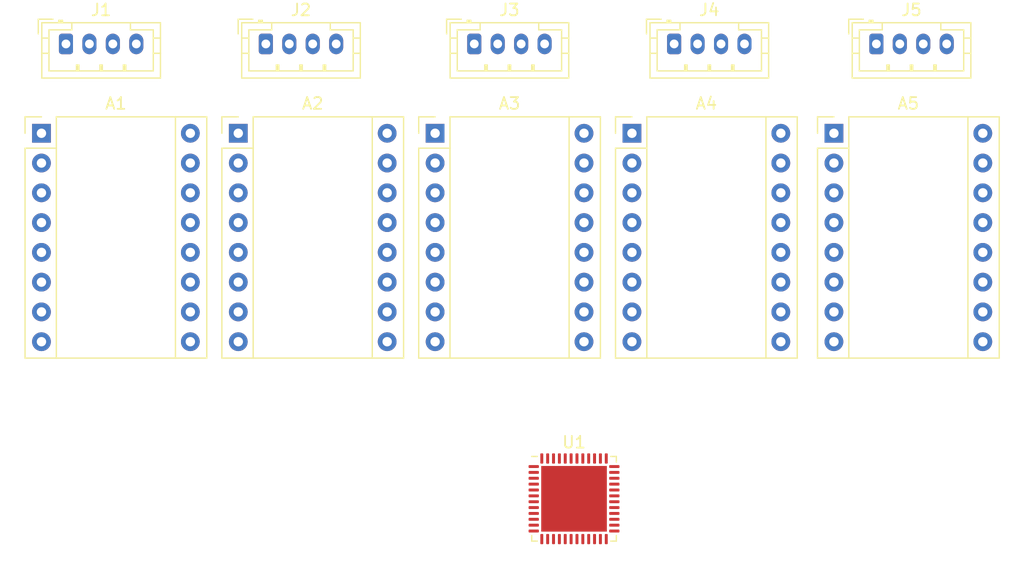
<source format=kicad_pcb>
(kicad_pcb (version 20221018) (generator pcbnew)
  (layers (0 "F.Cu" signal) (31 "B.Cu" signal) (34 "B.Paste" user) (35 "F.Paste" user) (36 "B.SilkS" user "B.Silkscreen") (37 "F.SilkS" user "F.Silkscreen") (38 "B.Mask" user) (39 "F.Mask" user) (44 "Edge.Cuts" user))
  (net 0 "")
  (net 87 "Net-(U1-VSS-Pad23)")
  (footprint "Connector_JST:JST_PH_B4B-PH-K_1x04_P2.00mm_Vertical" (layer "F.Cu") (at 140.05 39.37)
    (fp_text reference "J4" (at 3 -2.9) (layer "F.SilkS"))
    (fp_text value "Conn_01x04_Pin")
    (fp_line (start -2.36 -2.11) (end -2.36 -0.86) (stroke (width 0.12)) (layer "F.SilkS"))
    (fp_line (start -2.06 -1.81) (end -2.06 2.91) (stroke (width 0.12)) (layer "F.SilkS"))
    (fp_line (start -2.06 -0.5) (end -1.45 -0.5) (stroke (width 0.12)) (layer "F.SilkS"))
    (fp_line (start -2.06 0.8) (end -1.45 0.8) (stroke (width 0.12)) (layer "F.SilkS"))
    (fp_line (start -2.06 2.91) (end 8.06 2.91) (stroke (width 0.12)) (layer "F.SilkS"))
    (fp_line (start -1.45 -1.2) (end -1.45 2.3) (stroke (width 0.12)) (layer "F.SilkS"))
    (fp_line (start -1.45 2.3) (end 7.45 2.3) (stroke (width 0.12)) (layer "F.SilkS"))
    (fp_line (start -1.11 -2.11) (end -2.36 -2.11) (stroke (width 0.12)) (layer "F.SilkS"))
    (fp_line (start -0.6 -2.01) (end -0.6 -1.81) (stroke (width 0.12)) (layer "F.SilkS"))
    (fp_line (start -0.3 -2.01) (end -0.6 -2.01) (stroke (width 0.12)) (layer "F.SilkS"))
    (fp_line (start -0.3 -1.91) (end -0.6 -1.91) (stroke (width 0.12)) (layer "F.SilkS"))
    (fp_line (start -0.3 -1.81) (end -0.3 -2.01) (stroke (width 0.12)) (layer "F.SilkS"))
    (fp_line (start 0.5 -1.81) (end 0.5 -1.2) (stroke (width 0.12)) (layer "F.SilkS"))
    (fp_line (start 0.5 -1.2) (end -1.45 -1.2) (stroke (width 0.12)) (layer "F.SilkS"))
    (fp_line (start 0.9 1.8) (end 1.1 1.8) (stroke (width 0.12)) (layer "F.SilkS"))
    (fp_line (start 0.9 2.3) (end 0.9 1.8) (stroke (width 0.12)) (layer "F.SilkS"))
    (fp_line (start 1 2.3) (end 1 1.8) (stroke (width 0.12)) (layer "F.SilkS"))
    (fp_line (start 1.1 1.8) (end 1.1 2.3) (stroke (width 0.12)) (layer "F.SilkS"))
    (fp_line (start 2.9 1.8) (end 3.1 1.8) (stroke (width 0.12)) (layer "F.SilkS"))
    (fp_line (start 2.9 2.3) (end 2.9 1.8) (stroke (width 0.12)) (layer "F.SilkS"))
    (fp_line (start 3 2.3) (end 3 1.8) (stroke (width 0.12)) (layer "F.SilkS"))
    (fp_line (start 3.1 1.8) (end 3.1 2.3) (stroke (width 0.12)) (layer "F.SilkS"))
    (fp_line (start 4.9 1.8) (end 5.1 1.8) (stroke (width 0.12)) (layer "F.SilkS"))
    (fp_line (start 4.9 2.3) (end 4.9 1.8) (stroke (width 0.12)) (layer "F.SilkS"))
    (fp_line (start 5 2.3) (end 5 1.8) (stroke (width 0.12)) (layer "F.SilkS"))
    (fp_line (start 5.1 1.8) (end 5.1 2.3) (stroke (width 0.12)) (layer "F.SilkS"))
    (fp_line (start 5.5 -1.2) (end 5.5 -1.81) (stroke (width 0.12)) (layer "F.SilkS"))
    (fp_line (start 7.45 -1.2) (end 5.5 -1.2) (stroke (width 0.12)) (layer "F.SilkS"))
    (fp_line (start 7.45 2.3) (end 7.45 -1.2) (stroke (width 0.12)) (layer "F.SilkS"))
    (fp_line (start 8.06 -1.81) (end -2.06 -1.81) (stroke (width 0.12)) (layer "F.SilkS"))
    (fp_line (start 8.06 -0.5) (end 7.45 -0.5) (stroke (width 0.12)) (layer "F.SilkS"))
    (fp_line (start 8.06 0.8) (end 7.45 0.8) (stroke (width 0.12)) (layer "F.SilkS"))
    (fp_line (start 8.06 2.91) (end 8.06 -1.81) (stroke (width 0.12)) (layer "F.SilkS"))
    (pad "1" thru_hole roundrect (at 0 0) (size 1.2 1.75) (drill 0.75) (layers "*.Cu" "*.Mask") (roundrect_rratio 0.208333))
    (pad "2" thru_hole oval (at 2 0) (size 1.2 1.75) (drill 0.75) (layers "*.Cu" "*.Mask"))
    (pad "3" thru_hole oval (at 4 0) (size 1.2 1.75) (drill 0.75) (layers "*.Cu" "*.Mask"))
    (pad "4" thru_hole oval (at 6 0) (size 1.2 1.75) (drill 0.75) (layers "*.Cu" "*.Mask"))
  )
  (footprint "Connector_JST:JST_PH_B4B-PH-K_1x04_P2.00mm_Vertical" (layer "F.Cu") (at 88.17 39.37)
    (fp_text reference "J1" (at 3 -2.9) (layer "F.SilkS"))
    (fp_text value "Conn_01x04_Pin")
    (fp_line (start -2.36 -2.11) (end -2.36 -0.86) (stroke (width 0.12)) (layer "F.SilkS"))
    (fp_line (start -2.06 -1.81) (end -2.06 2.91) (stroke (width 0.12)) (layer "F.SilkS"))
    (fp_line (start -2.06 -0.5) (end -1.45 -0.5) (stroke (width 0.12)) (layer "F.SilkS"))
    (fp_line (start -2.06 0.8) (end -1.45 0.8) (stroke (width 0.12)) (layer "F.SilkS"))
    (fp_line (start -2.06 2.91) (end 8.06 2.91) (stroke (width 0.12)) (layer "F.SilkS"))
    (fp_line (start -1.45 -1.2) (end -1.45 2.3) (stroke (width 0.12)) (layer "F.SilkS"))
    (fp_line (start -1.45 2.3) (end 7.45 2.3) (stroke (width 0.12)) (layer "F.SilkS"))
    (fp_line (start -1.11 -2.11) (end -2.36 -2.11) (stroke (width 0.12)) (layer "F.SilkS"))
    (fp_line (start -0.6 -2.01) (end -0.6 -1.81) (stroke (width 0.12)) (layer "F.SilkS"))
    (fp_line (start -0.3 -2.01) (end -0.6 -2.01) (stroke (width 0.12)) (layer "F.SilkS"))
    (fp_line (start -0.3 -1.91) (end -0.6 -1.91) (stroke (width 0.12)) (layer "F.SilkS"))
    (fp_line (start -0.3 -1.81) (end -0.3 -2.01) (stroke (width 0.12)) (layer "F.SilkS"))
    (fp_line (start 0.5 -1.81) (end 0.5 -1.2) (stroke (width 0.12)) (layer "F.SilkS"))
    (fp_line (start 0.5 -1.2) (end -1.45 -1.2) (stroke (width 0.12)) (layer "F.SilkS"))
    (fp_line (start 0.9 1.8) (end 1.1 1.8) (stroke (width 0.12)) (layer "F.SilkS"))
    (fp_line (start 0.9 2.3) (end 0.9 1.8) (stroke (width 0.12)) (layer "F.SilkS"))
    (fp_line (start 1 2.3) (end 1 1.8) (stroke (width 0.12)) (layer "F.SilkS"))
    (fp_line (start 1.1 1.8) (end 1.1 2.3) (stroke (width 0.12)) (layer "F.SilkS"))
    (fp_line (start 2.9 1.8) (end 3.1 1.8) (stroke (width 0.12)) (layer "F.SilkS"))
    (fp_line (start 2.9 2.3) (end 2.9 1.8) (stroke (width 0.12)) (layer "F.SilkS"))
    (fp_line (start 3 2.3) (end 3 1.8) (stroke (width 0.12)) (layer "F.SilkS"))
    (fp_line (start 3.1 1.8) (end 3.1 2.3) (stroke (width 0.12)) (layer "F.SilkS"))
    (fp_line (start 4.9 1.8) (end 5.1 1.8) (stroke (width 0.12)) (layer "F.SilkS"))
    (fp_line (start 4.9 2.3) (end 4.9 1.8) (stroke (width 0.12)) (layer "F.SilkS"))
    (fp_line (start 5 2.3) (end 5 1.8) (stroke (width 0.12)) (layer "F.SilkS"))
    (fp_line (start 5.1 1.8) (end 5.1 2.3) (stroke (width 0.12)) (layer "F.SilkS"))
    (fp_line (start 5.5 -1.2) (end 5.5 -1.81) (stroke (width 0.12)) (layer "F.SilkS"))
    (fp_line (start 7.45 -1.2) (end 5.5 -1.2) (stroke (width 0.12)) (layer "F.SilkS"))
    (fp_line (start 7.45 2.3) (end 7.45 -1.2) (stroke (width 0.12)) (layer "F.SilkS"))
    (fp_line (start 8.06 -1.81) (end -2.06 -1.81) (stroke (width 0.12)) (layer "F.SilkS"))
    (fp_line (start 8.06 -0.5) (end 7.45 -0.5) (stroke (width 0.12)) (layer "F.SilkS"))
    (fp_line (start 8.06 0.8) (end 7.45 0.8) (stroke (width 0.12)) (layer "F.SilkS"))
    (fp_line (start 8.06 2.91) (end 8.06 -1.81) (stroke (width 0.12)) (layer "F.SilkS"))
    (pad "1" thru_hole roundrect (at 0 0) (size 1.2 1.75) (drill 0.75) (layers "*.Cu" "*.Mask") (roundrect_rratio 0.208333))
    (pad "2" thru_hole oval (at 2 0) (size 1.2 1.75) (drill 0.75) (layers "*.Cu" "*.Mask"))
    (pad "3" thru_hole oval (at 4 0) (size 1.2 1.75) (drill 0.75) (layers "*.Cu" "*.Mask"))
    (pad "4" thru_hole oval (at 6 0) (size 1.2 1.75) (drill 0.75) (layers "*.Cu" "*.Mask"))
  )
  (footprint "Module:Pololu_Breakout-16_15.2x20.3mm" (layer "F.Cu") (at 86.08 46.99)
    (fp_text reference "A1" (at 6.35 -2.54) (layer "F.SilkS"))
    (fp_text value "Pololu_Breakout_DRV8825")
    (fp_line (start -1.4 -1.4) (end -1.4 0) (stroke (width 0.12)) (layer "F.SilkS"))
    (fp_line (start -1.4 1.27) (end -1.4 19.18) (stroke (width 0.12)) (layer "F.SilkS"))
    (fp_line (start -1.4 19.18) (end 14.1 19.18) (stroke (width 0.12)) (layer "F.SilkS"))
    (fp_line (start 0 -1.4) (end -1.4 -1.4) (stroke (width 0.12)) (layer "F.SilkS"))
    (fp_line (start 1.27 -1.4) (end 1.27 1.27) (stroke (width 0.12)) (layer "F.SilkS"))
    (fp_line (start 1.27 1.27) (end -1.4 1.27) (stroke (width 0.12)) (layer "F.SilkS"))
    (fp_line (start 1.27 1.27) (end 1.27 19.18) (stroke (width 0.12)) (layer "F.SilkS"))
    (fp_line (start 11.43 -1.4) (end 11.43 19.18) (stroke (width 0.12)) (layer "F.SilkS"))
    (fp_line (start 14.1 -1.4) (end 1.27 -1.4) (stroke (width 0.12)) (layer "F.SilkS"))
    (fp_line (start 14.1 19.18) (end 14.1 -1.4) (stroke (width 0.12)) (layer "F.SilkS"))
    (pad "1" thru_hole rect (at 0 0) (size 1.6 1.6) (drill 0.8) (layers "*.Cu" "*.Mask"))
    (pad "2" thru_hole oval (at 0 2.54) (size 1.6 1.6) (drill 0.8) (layers "*.Cu" "*.Mask"))
    (pad "3" thru_hole oval (at 0 5.08) (size 1.6 1.6) (drill 0.8) (layers "*.Cu" "*.Mask"))
    (pad "4" thru_hole oval (at 0 7.62) (size 1.6 1.6) (drill 0.8) (layers "*.Cu" "*.Mask"))
    (pad "5" thru_hole oval (at 0 10.16) (size 1.6 1.6) (drill 0.8) (layers "*.Cu" "*.Mask"))
    (pad "6" thru_hole oval (at 0 12.7) (size 1.6 1.6) (drill 0.8) (layers "*.Cu" "*.Mask"))
    (pad "7" thru_hole oval (at 0 15.24) (size 1.6 1.6) (drill 0.8) (layers "*.Cu" "*.Mask"))
    (pad "8" thru_hole oval (at 0 17.78) (size 1.6 1.6) (drill 0.8) (layers "*.Cu" "*.Mask"))
    (pad "9" thru_hole oval (at 12.7 17.78) (size 1.6 1.6) (drill 0.8) (layers "*.Cu" "*.Mask"))
    (pad "10" thru_hole oval (at 12.7 15.24) (size 1.6 1.6) (drill 0.8) (layers "*.Cu" "*.Mask"))
    (pad "11" thru_hole oval (at 12.7 12.7) (size 1.6 1.6) (drill 0.8) (layers "*.Cu" "*.Mask"))
    (pad "12" thru_hole oval (at 12.7 10.16) (size 1.6 1.6) (drill 0.8) (layers "*.Cu" "*.Mask"))
    (pad "13" thru_hole oval (at 12.7 7.62) (size 1.6 1.6) (drill 0.8) (layers "*.Cu" "*.Mask"))
    (pad "14" thru_hole oval (at 12.7 5.08) (size 1.6 1.6) (drill 0.8) (layers "*.Cu" "*.Mask"))
    (pad "15" thru_hole oval (at 12.7 2.54) (size 1.6 1.6) (drill 0.8) (layers "*.Cu" "*.Mask"))
    (pad "16" thru_hole oval (at 12.7 0) (size 1.6 1.6) (drill 0.8) (layers "*.Cu" "*.Mask"))
  )
  (footprint "Module:Pololu_Breakout-16_15.2x20.3mm" (layer "F.Cu") (at 153.68 46.99)
    (fp_text reference "A5" (at 6.35 -2.54) (layer "F.SilkS"))
    (fp_text value "Pololu_Breakout_DRV8825")
    (fp_line (start -1.4 -1.4) (end -1.4 0) (stroke (width 0.12)) (layer "F.SilkS"))
    (fp_line (start -1.4 1.27) (end -1.4 19.18) (stroke (width 0.12)) (layer "F.SilkS"))
    (fp_line (start -1.4 19.18) (end 14.1 19.18) (stroke (width 0.12)) (layer "F.SilkS"))
    (fp_line (start 0 -1.4) (end -1.4 -1.4) (stroke (width 0.12)) (layer "F.SilkS"))
    (fp_line (start 1.27 -1.4) (end 1.27 1.27) (stroke (width 0.12)) (layer "F.SilkS"))
    (fp_line (start 1.27 1.27) (end -1.4 1.27) (stroke (width 0.12)) (layer "F.SilkS"))
    (fp_line (start 1.27 1.27) (end 1.27 19.18) (stroke (width 0.12)) (layer "F.SilkS"))
    (fp_line (start 11.43 -1.4) (end 11.43 19.18) (stroke (width 0.12)) (layer "F.SilkS"))
    (fp_line (start 14.1 -1.4) (end 1.27 -1.4) (stroke (width 0.12)) (layer "F.SilkS"))
    (fp_line (start 14.1 19.18) (end 14.1 -1.4) (stroke (width 0.12)) (layer "F.SilkS"))
    (pad "1" thru_hole rect (at 0 0) (size 1.6 1.6) (drill 0.8) (layers "*.Cu" "*.Mask"))
    (pad "2" thru_hole oval (at 0 2.54) (size 1.6 1.6) (drill 0.8) (layers "*.Cu" "*.Mask"))
    (pad "3" thru_hole oval (at 0 5.08) (size 1.6 1.6) (drill 0.8) (layers "*.Cu" "*.Mask"))
    (pad "4" thru_hole oval (at 0 7.62) (size 1.6 1.6) (drill 0.8) (layers "*.Cu" "*.Mask"))
    (pad "5" thru_hole oval (at 0 10.16) (size 1.6 1.6) (drill 0.8) (layers "*.Cu" "*.Mask"))
    (pad "6" thru_hole oval (at 0 12.7) (size 1.6 1.6) (drill 0.8) (layers "*.Cu" "*.Mask"))
    (pad "7" thru_hole oval (at 0 15.24) (size 1.6 1.6) (drill 0.8) (layers "*.Cu" "*.Mask"))
    (pad "8" thru_hole oval (at 0 17.78) (size 1.6 1.6) (drill 0.8) (layers "*.Cu" "*.Mask"))
    (pad "9" thru_hole oval (at 12.7 17.78) (size 1.6 1.6) (drill 0.8) (layers "*.Cu" "*.Mask"))
    (pad "10" thru_hole oval (at 12.7 15.24) (size 1.6 1.6) (drill 0.8) (layers "*.Cu" "*.Mask"))
    (pad "11" thru_hole oval (at 12.7 12.7) (size 1.6 1.6) (drill 0.8) (layers "*.Cu" "*.Mask"))
    (pad "12" thru_hole oval (at 12.7 10.16) (size 1.6 1.6) (drill 0.8) (layers "*.Cu" "*.Mask"))
    (pad "13" thru_hole oval (at 12.7 7.62) (size 1.6 1.6) (drill 0.8) (layers "*.Cu" "*.Mask"))
    (pad "14" thru_hole oval (at 12.7 5.08) (size 1.6 1.6) (drill 0.8) (layers "*.Cu" "*.Mask"))
    (pad "15" thru_hole oval (at 12.7 2.54) (size 1.6 1.6) (drill 0.8) (layers "*.Cu" "*.Mask"))
    (pad "16" thru_hole oval (at 12.7 0) (size 1.6 1.6) (drill 0.8) (layers "*.Cu" "*.Mask"))
  )
  (footprint "Connector_JST:JST_PH_B4B-PH-K_1x04_P2.00mm_Vertical" (layer "F.Cu") (at 123 39.37)
    (fp_text reference "J3" (at 3 -2.9) (layer "F.SilkS"))
    (fp_text value "Conn_01x04_Pin")
    (fp_line (start -2.36 -2.11) (end -2.36 -0.86) (stroke (width 0.12)) (layer "F.SilkS"))
    (fp_line (start -2.06 -1.81) (end -2.06 2.91) (stroke (width 0.12)) (layer "F.SilkS"))
    (fp_line (start -2.06 -0.5) (end -1.45 -0.5) (stroke (width 0.12)) (layer "F.SilkS"))
    (fp_line (start -2.06 0.8) (end -1.45 0.8) (stroke (width 0.12)) (layer "F.SilkS"))
    (fp_line (start -2.06 2.91) (end 8.06 2.91) (stroke (width 0.12)) (layer "F.SilkS"))
    (fp_line (start -1.45 -1.2) (end -1.45 2.3) (stroke (width 0.12)) (layer "F.SilkS"))
    (fp_line (start -1.45 2.3) (end 7.45 2.3) (stroke (width 0.12)) (layer "F.SilkS"))
    (fp_line (start -1.11 -2.11) (end -2.36 -2.11) (stroke (width 0.12)) (layer "F.SilkS"))
    (fp_line (start -0.6 -2.01) (end -0.6 -1.81) (stroke (width 0.12)) (layer "F.SilkS"))
    (fp_line (start -0.3 -2.01) (end -0.6 -2.01) (stroke (width 0.12)) (layer "F.SilkS"))
    (fp_line (start -0.3 -1.91) (end -0.6 -1.91) (stroke (width 0.12)) (layer "F.SilkS"))
    (fp_line (start -0.3 -1.81) (end -0.3 -2.01) (stroke (width 0.12)) (layer "F.SilkS"))
    (fp_line (start 0.5 -1.81) (end 0.5 -1.2) (stroke (width 0.12)) (layer "F.SilkS"))
    (fp_line (start 0.5 -1.2) (end -1.45 -1.2) (stroke (width 0.12)) (layer "F.SilkS"))
    (fp_line (start 0.9 1.8) (end 1.1 1.8) (stroke (width 0.12)) (layer "F.SilkS"))
    (fp_line (start 0.9 2.3) (end 0.9 1.8) (stroke (width 0.12)) (layer "F.SilkS"))
    (fp_line (start 1 2.3) (end 1 1.8) (stroke (width 0.12)) (layer "F.SilkS"))
    (fp_line (start 1.1 1.8) (end 1.1 2.3) (stroke (width 0.12)) (layer "F.SilkS"))
    (fp_line (start 2.9 1.8) (end 3.1 1.8) (stroke (width 0.12)) (layer "F.SilkS"))
    (fp_line (start 2.9 2.3) (end 2.9 1.8) (stroke (width 0.12)) (layer "F.SilkS"))
    (fp_line (start 3 2.3) (end 3 1.8) (stroke (width 0.12)) (layer "F.SilkS"))
    (fp_line (start 3.1 1.8) (end 3.1 2.3) (stroke (width 0.12)) (layer "F.SilkS"))
    (fp_line (start 4.9 1.8) (end 5.1 1.8) (stroke (width 0.12)) (layer "F.SilkS"))
    (fp_line (start 4.9 2.3) (end 4.9 1.8) (stroke (width 0.12)) (layer "F.SilkS"))
    (fp_line (start 5 2.3) (end 5 1.8) (stroke (width 0.12)) (layer "F.SilkS"))
    (fp_line (start 5.1 1.8) (end 5.1 2.3) (stroke (width 0.12)) (layer "F.SilkS"))
    (fp_line (start 5.5 -1.2) (end 5.5 -1.81) (stroke (width 0.12)) (layer "F.SilkS"))
    (fp_line (start 7.45 -1.2) (end 5.5 -1.2) (stroke (width 0.12)) (layer "F.SilkS"))
    (fp_line (start 7.45 2.3) (end 7.45 -1.2) (stroke (width 0.12)) (layer "F.SilkS"))
    (fp_line (start 8.06 -1.81) (end -2.06 -1.81) (stroke (width 0.12)) (layer "F.SilkS"))
    (fp_line (start 8.06 -0.5) (end 7.45 -0.5) (stroke (width 0.12)) (layer "F.SilkS"))
    (fp_line (start 8.06 0.8) (end 7.45 0.8) (stroke (width 0.12)) (layer "F.SilkS"))
    (fp_line (start 8.06 2.91) (end 8.06 -1.81) (stroke (width 0.12)) (layer "F.SilkS"))
    (pad "1" thru_hole roundrect (at 0 0) (size 1.2 1.75) (drill 0.75) (layers "*.Cu" "*.Mask") (roundrect_rratio 0.208333))
    (pad "2" thru_hole oval (at 2 0) (size 1.2 1.75) (drill 0.75) (layers "*.Cu" "*.Mask"))
    (pad "3" thru_hole oval (at 4 0) (size 1.2 1.75) (drill 0.75) (layers "*.Cu" "*.Mask"))
    (pad "4" thru_hole oval (at 6 0) (size 1.2 1.75) (drill 0.75) (layers "*.Cu" "*.Mask"))
  )
  (footprint "Module:Pololu_Breakout-16_15.2x20.3mm" (layer "F.Cu") (at 102.87 46.99)
    (fp_text reference "A2" (at 6.35 -2.54) (layer "F.SilkS"))
    (fp_text value "Pololu_Breakout_DRV8825")
    (fp_line (start -1.4 -1.4) (end -1.4 0) (stroke (width 0.12)) (layer "F.SilkS"))
    (fp_line (start -1.4 1.27) (end -1.4 19.18) (stroke (width 0.12)) (layer "F.SilkS"))
    (fp_line (start -1.4 19.18) (end 14.1 19.18) (stroke (width 0.12)) (layer "F.SilkS"))
    (fp_line (start 0 -1.4) (end -1.4 -1.4) (stroke (width 0.12)) (layer "F.SilkS"))
    (fp_line (start 1.27 -1.4) (end 1.27 1.27) (stroke (width 0.12)) (layer "F.SilkS"))
    (fp_line (start 1.27 1.27) (end -1.4 1.27) (stroke (width 0.12)) (layer "F.SilkS"))
    (fp_line (start 1.27 1.27) (end 1.27 19.18) (stroke (width 0.12)) (layer "F.SilkS"))
    (fp_line (start 11.43 -1.4) (end 11.43 19.18) (stroke (width 0.12)) (layer "F.SilkS"))
    (fp_line (start 14.1 -1.4) (end 1.27 -1.4) (stroke (width 0.12)) (layer "F.SilkS"))
    (fp_line (start 14.1 19.18) (end 14.1 -1.4) (stroke (width 0.12)) (layer "F.SilkS"))
    (pad "1" thru_hole rect (at 0 0) (size 1.6 1.6) (drill 0.8) (layers "*.Cu" "*.Mask"))
    (pad "2" thru_hole oval (at 0 2.54) (size 1.6 1.6) (drill 0.8) (layers "*.Cu" "*.Mask"))
    (pad "3" thru_hole oval (at 0 5.08) (size 1.6 1.6) (drill 0.8) (layers "*.Cu" "*.Mask"))
    (pad "4" thru_hole oval (at 0 7.62) (size 1.6 1.6) (drill 0.8) (layers "*.Cu" "*.Mask"))
    (pad "5" thru_hole oval (at 0 10.16) (size 1.6 1.6) (drill 0.8) (layers "*.Cu" "*.Mask"))
    (pad "6" thru_hole oval (at 0 12.7) (size 1.6 1.6) (drill 0.8) (layers "*.Cu" "*.Mask"))
    (pad "7" thru_hole oval (at 0 15.24) (size 1.6 1.6) (drill 0.8) (layers "*.Cu" "*.Mask"))
    (pad "8" thru_hole oval (at 0 17.78) (size 1.6 1.6) (drill 0.8) (layers "*.Cu" "*.Mask"))
    (pad "9" thru_hole oval (at 12.7 17.78) (size 1.6 1.6) (drill 0.8) (layers "*.Cu" "*.Mask"))
    (pad "10" thru_hole oval (at 12.7 15.24) (size 1.6 1.6) (drill 0.8) (layers "*.Cu" "*.Mask"))
    (pad "11" thru_hole oval (at 12.7 12.7) (size 1.6 1.6) (drill 0.8) (layers "*.Cu" "*.Mask"))
    (pad "12" thru_hole oval (at 12.7 10.16) (size 1.6 1.6) (drill 0.8) (layers "*.Cu" "*.Mask"))
    (pad "13" thru_hole oval (at 12.7 7.62) (size 1.6 1.6) (drill 0.8) (layers "*.Cu" "*.Mask"))
    (pad "14" thru_hole oval (at 12.7 5.08) (size 1.6 1.6) (drill 0.8) (layers "*.Cu" "*.Mask"))
    (pad "15" thru_hole oval (at 12.7 2.54) (size 1.6 1.6) (drill 0.8) (layers "*.Cu" "*.Mask"))
    (pad "16" thru_hole oval (at 12.7 0) (size 1.6 1.6) (drill 0.8) (layers "*.Cu" "*.Mask"))
  )
  (footprint "Package_DFN_QFN:QFN-48-1EP_7x7mm_P0.5mm_EP5.6x5.6mm" (layer "F.Cu") (at 131.51 78.17)
    (fp_text reference "U1" (at 0 -4.82) (layer "F.SilkS"))
    (fp_text value "STM32L412CBUx")
    (fp_line (start -3.61 3.61) (end -3.61 3.135) (stroke (width 0.12)) (layer "F.SilkS"))
    (fp_line (start -3.135 -3.61) (end -3.61 -3.61) (stroke (width 0.12)) (layer "F.SilkS"))
    (fp_line (start -3.135 3.61) (end -3.61 3.61) (stroke (width 0.12)) (layer "F.SilkS"))
    (fp_line (start 3.135 -3.61) (end 3.61 -3.61) (stroke (width 0.12)) (layer "F.SilkS"))
    (fp_line (start 3.135 3.61) (end 3.61 3.61) (stroke (width 0.12)) (layer "F.SilkS"))
    (fp_line (start 3.61 -3.61) (end 3.61 -3.135) (stroke (width 0.12)) (layer "F.SilkS"))
    (fp_line (start 3.61 3.61) (end 3.61 3.135) (stroke (width 0.12)) (layer "F.SilkS"))
    (pad "1" smd roundrect (at -3.4375 -2.75) (size 0.875 0.25) (layers "F.Cu" "F.Paste" "F.Mask"))
    (pad "2" smd roundrect (at -3.4375 -2.25) (size 0.875 0.25) (layers "F.Cu" "F.Paste" "F.Mask"))
    (pad "3" smd roundrect (at -3.4375 -1.75) (size 0.875 0.25) (layers "F.Cu" "F.Paste" "F.Mask"))
    (pad "4" smd roundrect (at -3.4375 -1.25) (size 0.875 0.25) (layers "F.Cu" "F.Paste" "F.Mask"))
    (pad "5" smd roundrect (at -3.4375 -0.75) (size 0.875 0.25) (layers "F.Cu" "F.Paste" "F.Mask"))
    (pad "6" smd roundrect (at -3.4375 -0.25) (size 0.875 0.25) (layers "F.Cu" "F.Paste" "F.Mask"))
    (pad "7" smd roundrect (at -3.4375 0.25) (size 0.875 0.25) (layers "F.Cu" "F.Paste" "F.Mask"))
    (pad "8" smd roundrect (at -3.4375 0.75) (size 0.875 0.25) (layers "F.Cu" "F.Paste" "F.Mask"))
    (pad "9" smd roundrect (at -3.4375 1.25) (size 0.875 0.25) (layers "F.Cu" "F.Paste" "F.Mask"))
    (pad "10" smd roundrect (at -3.4375 1.75) (size 0.875 0.25) (layers "F.Cu" "F.Paste" "F.Mask"))
    (pad "11" smd roundrect (at -3.4375 2.25) (size 0.875 0.25) (layers "F.Cu" "F.Paste" "F.Mask"))
    (pad "12" smd roundrect (at -3.4375 2.75) (size 0.875 0.25) (layers "F.Cu" "F.Paste" "F.Mask"))
    (pad "13" smd roundrect (at -2.75 3.4375) (size 0.25 0.875) (layers "F.Cu" "F.Paste" "F.Mask"))
    (pad "14" smd roundrect (at -2.25 3.4375) (size 0.25 0.875) (layers "F.Cu" "F.Paste" "F.Mask"))
    (pad "15" smd roundrect (at -1.75 3.4375) (size 0.25 0.875) (layers "F.Cu" "F.Paste" "F.Mask"))
    (pad "16" smd roundrect (at -1.25 3.4375) (size 0.25 0.875) (layers "F.Cu" "F.Paste" "F.Mask"))
    (pad "17" smd roundrect (at -0.75 3.4375) (size 0.25 0.875) (layers "F.Cu" "F.Paste" "F.Mask"))
    (pad "18" smd roundrect (at -0.25 3.4375) (size 0.25 0.875) (layers "F.Cu" "F.Paste" "F.Mask"))
    (pad "19" smd roundrect (at 0.25 3.4375) (size 0.25 0.875) (layers "F.Cu" "F.Paste" "F.Mask"))
    (pad "20" smd roundrect (at 0.75 3.4375) (size 0.25 0.875) (layers "F.Cu" "F.Paste" "F.Mask"))
    (pad "21" smd roundrect (at 1.25 3.4375) (size 0.25 0.875) (layers "F.Cu" "F.Paste" "F.Mask"))
    (pad "22" smd roundrect (at 1.75 3.4375) (size 0.25 0.875) (layers "F.Cu" "F.Paste" "F.Mask"))
    (pad "23" smd roundrect (at 2.25 3.4375) (size 0.25 0.875) (layers "F.Cu" "F.Paste" "F.Mask") (net 87 "Net-(U1-VSS-Pad23)"))
    (pad "24" smd roundrect (at 2.75 3.4375) (size 0.25 0.875) (layers "F.Cu" "F.Paste" "F.Mask"))
    (pad "25" smd roundrect (at 3.4375 2.75) (size 0.875 0.25) (layers "F.Cu" "F.Paste" "F.Mask"))
    (pad "26" smd roundrect (at 3.4375 2.25) (size 0.875 0.25) (layers "F.Cu" "F.Paste" "F.Mask"))
    (pad "27" smd roundrect (at 3.4375 1.75) (size 0.875 0.25) (layers "F.Cu" "F.Paste" "F.Mask"))
    (pad "28" smd roundrect (at 3.4375 1.25) (size 0.875 0.25) (layers "F.Cu" "F.Paste" "F.Mask"))
    (pad "29" smd roundrect (at 3.4375 0.75) (size 0.875 0.25) (layers "F.Cu" "F.Paste" "F.Mask"))
    (pad "30" smd roundrect (at 3.4375 0.25) (size 0.875 0.25) (layers "F.Cu" "F.Paste" "F.Mask"))
    (pad "31" smd roundrect (at 3.4375 -0.25) (size 0.875 0.25) (layers "F.Cu" "F.Paste" "F.Mask"))
    (pad "32" smd roundrect (at 3.4375 -0.75) (size 0.875 0.25) (layers "F.Cu" "F.Paste" "F.Mask"))
    (pad "33" smd roundrect (at 3.4375 -1.25) (size 0.875 0.25) (layers "F.Cu" "F.Paste" "F.Mask"))
    (pad "34" smd roundrect (at 3.4375 -1.75) (size 0.875 0.25) (layers "F.Cu" "F.Paste" "F.Mask"))
    (pad "35" smd roundrect (at 3.4375 -2.25) (size 0.875 0.25) (layers "F.Cu" "F.Paste" "F.Mask") (net 87 "Net-(U1-VSS-Pad23)"))
    (pad "36" smd roundrect (at 3.4375 -2.75) (size 0.875 0.25) (layers "F.Cu" "F.Paste" "F.Mask"))
    (pad "37" smd roundrect (at 2.75 -3.4375) (size 0.25 0.875) (layers "F.Cu" "F.Paste" "F.Mask"))
    (pad "38" smd roundrect (at 2.25 -3.4375) (size 0.25 0.875) (layers "F.Cu" "F.Paste" "F.Mask"))
    (pad "39" smd roundrect (at 1.75 -3.4375) (size 0.25 0.875) (layers "F.Cu" "F.Paste" "F.Mask"))
    (pad "40" smd roundrect (at 1.25 -3.4375) (size 0.25 0.875) (layers "F.Cu" "F.Paste" "F.Mask"))
    (pad "41" smd roundrect (at 0.75 -3.4375) (size 0.25 0.875) (layers "F.Cu" "F.Paste" "F.Mask"))
    (pad "42" smd roundrect (at 0.25 -3.4375) (size 0.25 0.875) (layers "F.Cu" "F.Paste" "F.Mask"))
    (pad "43" smd roundrect (at -0.25 -3.4375) (size 0.25 0.875) (layers "F.Cu" "F.Paste" "F.Mask"))
    (pad "44" smd roundrect (at -0.75 -3.4375) (size 0.25 0.875) (layers "F.Cu" "F.Paste" "F.Mask"))
    (pad "45" smd roundrect (at -1.25 -3.4375) (size 0.25 0.875) (layers "F.Cu" "F.Paste" "F.Mask"))
    (pad "46" smd roundrect (at -1.75 -3.4375) (size 0.25 0.875) (layers "F.Cu" "F.Paste" "F.Mask"))
    (pad "47" smd roundrect (at -2.25 -3.4375) (size 0.25 0.875) (layers "F.Cu" "F.Paste" "F.Mask") (net 87 "Net-(U1-VSS-Pad23)"))
    (pad "48" smd roundrect (at -2.75 -3.4375) (size 0.25 0.875) (layers "F.Cu" "F.Paste" "F.Mask"))
    (pad "49" smd rect (at 0 0) (size 5.6 5.6) (layers "F.Cu" "F.Mask") (net 87 "Net-(U1-VSS-Pad23)"))
  )
  (footprint "Module:Pololu_Breakout-16_15.2x20.3mm" (layer "F.Cu") (at 119.66 46.99)
    (fp_text reference "A3" (at 6.35 -2.54) (layer "F.SilkS"))
    (fp_text value "Pololu_Breakout_DRV8825")
    (fp_line (start -1.4 -1.4) (end -1.4 0) (stroke (width 0.12)) (layer "F.SilkS"))
    (fp_line (start -1.4 1.27) (end -1.4 19.18) (stroke (width 0.12)) (layer "F.SilkS"))
    (fp_line (start -1.4 19.18) (end 14.1 19.18) (stroke (width 0.12)) (layer "F.SilkS"))
    (fp_line (start 0 -1.4) (end -1.4 -1.4) (stroke (width 0.12)) (layer "F.SilkS"))
    (fp_line (start 1.27 -1.4) (end 1.27 1.27) (stroke (width 0.12)) (layer "F.SilkS"))
    (fp_line (start 1.27 1.27) (end -1.4 1.27) (stroke (width 0.12)) (layer "F.SilkS"))
    (fp_line (start 1.27 1.27) (end 1.27 19.18) (stroke (width 0.12)) (layer "F.SilkS"))
    (fp_line (start 11.43 -1.4) (end 11.43 19.18) (stroke (width 0.12)) (layer "F.SilkS"))
    (fp_line (start 14.1 -1.4) (end 1.27 -1.4) (stroke (width 0.12)) (layer "F.SilkS"))
    (fp_line (start 14.1 19.18) (end 14.1 -1.4) (stroke (width 0.12)) (layer "F.SilkS"))
    (pad "1" thru_hole rect (at 0 0) (size 1.6 1.6) (drill 0.8) (layers "*.Cu" "*.Mask"))
    (pad "2" thru_hole oval (at 0 2.54) (size 1.6 1.6) (drill 0.8) (layers "*.Cu" "*.Mask"))
    (pad "3" thru_hole oval (at 0 5.08) (size 1.6 1.6) (drill 0.8) (layers "*.Cu" "*.Mask"))
    (pad "4" thru_hole oval (at 0 7.62) (size 1.6 1.6) (drill 0.8) (layers "*.Cu" "*.Mask"))
    (pad "5" thru_hole oval (at 0 10.16) (size 1.6 1.6) (drill 0.8) (layers "*.Cu" "*.Mask"))
    (pad "6" thru_hole oval (at 0 12.7) (size 1.6 1.6) (drill 0.8) (layers "*.Cu" "*.Mask"))
    (pad "7" thru_hole oval (at 0 15.24) (size 1.6 1.6) (drill 0.8) (layers "*.Cu" "*.Mask"))
    (pad "8" thru_hole oval (at 0 17.78) (size 1.6 1.6) (drill 0.8) (layers "*.Cu" "*.Mask"))
    (pad "9" thru_hole oval (at 12.7 17.78) (size 1.6 1.6) (drill 0.8) (layers "*.Cu" "*.Mask"))
    (pad "10" thru_hole oval (at 12.7 15.24) (size 1.6 1.6) (drill 0.8) (layers "*.Cu" "*.Mask"))
    (pad "11" thru_hole oval (at 12.7 12.7) (size 1.6 1.6) (drill 0.8) (layers "*.Cu" "*.Mask"))
    (pad "12" thru_hole oval (at 12.7 10.16) (size 1.6 1.6) (drill 0.8) (layers "*.Cu" "*.Mask"))
    (pad "13" thru_hole oval (at 12.7 7.62) (size 1.6 1.6) (drill 0.8) (layers "*.Cu" "*.Mask"))
    (pad "14" thru_hole oval (at 12.7 5.08) (size 1.6 1.6) (drill 0.8) (layers "*.Cu" "*.Mask"))
    (pad "15" thru_hole oval (at 12.7 2.54) (size 1.6 1.6) (drill 0.8) (layers "*.Cu" "*.Mask"))
    (pad "16" thru_hole oval (at 12.7 0) (size 1.6 1.6) (drill 0.8) (layers "*.Cu" "*.Mask"))
  )
  (footprint "Module:Pololu_Breakout-16_15.2x20.3mm" (layer "F.Cu") (at 136.45 46.99)
    (fp_text reference "A4" (at 6.35 -2.54) (layer "F.SilkS"))
    (fp_text value "Pololu_Breakout_DRV8825")
    (fp_line (start -1.4 -1.4) (end -1.4 0) (stroke (width 0.12)) (layer "F.SilkS"))
    (fp_line (start -1.4 1.27) (end -1.4 19.18) (stroke (width 0.12)) (layer "F.SilkS"))
    (fp_line (start -1.4 19.18) (end 14.1 19.18) (stroke (width 0.12)) (layer "F.SilkS"))
    (fp_line (start 0 -1.4) (end -1.4 -1.4) (stroke (width 0.12)) (layer "F.SilkS"))
    (fp_line (start 1.27 -1.4) (end 1.27 1.27) (stroke (width 0.12)) (layer "F.SilkS"))
    (fp_line (start 1.27 1.27) (end -1.4 1.27) (stroke (width 0.12)) (layer "F.SilkS"))
    (fp_line (start 1.27 1.27) (end 1.27 19.18) (stroke (width 0.12)) (layer "F.SilkS"))
    (fp_line (start 11.43 -1.4) (end 11.43 19.18) (stroke (width 0.12)) (layer "F.SilkS"))
    (fp_line (start 14.1 -1.4) (end 1.27 -1.4) (stroke (width 0.12)) (layer "F.SilkS"))
    (fp_line (start 14.1 19.18) (end 14.1 -1.4) (stroke (width 0.12)) (layer "F.SilkS"))
    (pad "1" thru_hole rect (at 0 0) (size 1.6 1.6) (drill 0.8) (layers "*.Cu" "*.Mask"))
    (pad "2" thru_hole oval (at 0 2.54) (size 1.6 1.6) (drill 0.8) (layers "*.Cu" "*.Mask"))
    (pad "3" thru_hole oval (at 0 5.08) (size 1.6 1.6) (drill 0.8) (layers "*.Cu" "*.Mask"))
    (pad "4" thru_hole oval (at 0 7.62) (size 1.6 1.6) (drill 0.8) (layers "*.Cu" "*.Mask"))
    (pad "5" thru_hole oval (at 0 10.16) (size 1.6 1.6) (drill 0.8) (layers "*.Cu" "*.Mask"))
    (pad "6" thru_hole oval (at 0 12.7) (size 1.6 1.6) (drill 0.8) (layers "*.Cu" "*.Mask"))
    (pad "7" thru_hole oval (at 0 15.24) (size 1.6 1.6) (drill 0.8) (layers "*.Cu" "*.Mask"))
    (pad "8" thru_hole oval (at 0 17.78) (size 1.6 1.6) (drill 0.8) (layers "*.Cu" "*.Mask"))
    (pad "9" thru_hole oval (at 12.7 17.78) (size 1.6 1.6) (drill 0.8) (layers "*.Cu" "*.Mask"))
    (pad "10" thru_hole oval (at 12.7 15.24) (size 1.6 1.6) (drill 0.8) (layers "*.Cu" "*.Mask"))
    (pad "11" thru_hole oval (at 12.7 12.7) (size 1.6 1.6) (drill 0.8) (layers "*.Cu" "*.Mask"))
    (pad "12" thru_hole oval (at 12.7 10.16) (size 1.6 1.6) (drill 0.8) (layers "*.Cu" "*.Mask"))
    (pad "13" thru_hole oval (at 12.7 7.62) (size 1.6 1.6) (drill 0.8) (layers "*.Cu" "*.Mask"))
    (pad "14" thru_hole oval (at 12.7 5.08) (size 1.6 1.6) (drill 0.8) (layers "*.Cu" "*.Mask"))
    (pad "15" thru_hole oval (at 12.7 2.54) (size 1.6 1.6) (drill 0.8) (layers "*.Cu" "*.Mask"))
    (pad "16" thru_hole oval (at 12.7 0) (size 1.6 1.6) (drill 0.8) (layers "*.Cu" "*.Mask"))
  )
  (footprint "Connector_JST:JST_PH_B4B-PH-K_1x04_P2.00mm_Vertical" (layer "F.Cu") (at 157.3 39.37)
    (fp_text reference "J5" (at 3 -2.9) (layer "F.SilkS"))
    (fp_text value "Conn_01x04_Pin")
    (fp_line (start -2.36 -2.11) (end -2.36 -0.86) (stroke (width 0.12)) (layer "F.SilkS"))
    (fp_line (start -2.06 -1.81) (end -2.06 2.91) (stroke (width 0.12)) (layer "F.SilkS"))
    (fp_line (start -2.06 -0.5) (end -1.45 -0.5) (stroke (width 0.12)) (layer "F.SilkS"))
    (fp_line (start -2.06 0.8) (end -1.45 0.8) (stroke (width 0.12)) (layer "F.SilkS"))
    (fp_line (start -2.06 2.91) (end 8.06 2.91) (stroke (width 0.12)) (layer "F.SilkS"))
    (fp_line (start -1.45 -1.2) (end -1.45 2.3) (stroke (width 0.12)) (layer "F.SilkS"))
    (fp_line (start -1.45 2.3) (end 7.45 2.3) (stroke (width 0.12)) (layer "F.SilkS"))
    (fp_line (start -1.11 -2.11) (end -2.36 -2.11) (stroke (width 0.12)) (layer "F.SilkS"))
    (fp_line (start -0.6 -2.01) (end -0.6 -1.81) (stroke (width 0.12)) (layer "F.SilkS"))
    (fp_line (start -0.3 -2.01) (end -0.6 -2.01) (stroke (width 0.12)) (layer "F.SilkS"))
    (fp_line (start -0.3 -1.91) (end -0.6 -1.91) (stroke (width 0.12)) (layer "F.SilkS"))
    (fp_line (start -0.3 -1.81) (end -0.3 -2.01) (stroke (width 0.12)) (layer "F.SilkS"))
    (fp_line (start 0.5 -1.81) (end 0.5 -1.2) (stroke (width 0.12)) (layer "F.SilkS"))
    (fp_line (start 0.5 -1.2) (end -1.45 -1.2) (stroke (width 0.12)) (layer "F.SilkS"))
    (fp_line (start 0.9 1.8) (end 1.1 1.8) (stroke (width 0.12)) (layer "F.SilkS"))
    (fp_line (start 0.9 2.3) (end 0.9 1.8) (stroke (width 0.12)) (layer "F.SilkS"))
    (fp_line (start 1 2.3) (end 1 1.8) (stroke (width 0.12)) (layer "F.SilkS"))
    (fp_line (start 1.1 1.8) (end 1.1 2.3) (stroke (width 0.12)) (layer "F.SilkS"))
    (fp_line (start 2.9 1.8) (end 3.1 1.8) (stroke (width 0.12)) (layer "F.SilkS"))
    (fp_line (start 2.9 2.3) (end 2.9 1.8) (stroke (width 0.12)) (layer "F.SilkS"))
    (fp_line (start 3 2.3) (end 3 1.8) (stroke (width 0.12)) (layer "F.SilkS"))
    (fp_line (start 3.1 1.8) (end 3.1 2.3) (stroke (width 0.12)) (layer "F.SilkS"))
    (fp_line (start 4.9 1.8) (end 5.1 1.8) (stroke (width 0.12)) (layer "F.SilkS"))
    (fp_line (start 4.9 2.3) (end 4.9 1.8) (stroke (width 0.12)) (layer "F.SilkS"))
    (fp_line (start 5 2.3) (end 5 1.8) (stroke (width 0.12)) (layer "F.SilkS"))
    (fp_line (start 5.1 1.8) (end 5.1 2.3) (stroke (width 0.12)) (layer "F.SilkS"))
    (fp_line (start 5.5 -1.2) (end 5.5 -1.81) (stroke (width 0.12)) (layer "F.SilkS"))
    (fp_line (start 7.45 -1.2) (end 5.5 -1.2) (stroke (width 0.12)) (layer "F.SilkS"))
    (fp_line (start 7.45 2.3) (end 7.45 -1.2) (stroke (width 0.12)) (layer "F.SilkS"))
    (fp_line (start 8.06 -1.81) (end -2.06 -1.81) (stroke (width 0.12)) (layer "F.SilkS"))
    (fp_line (start 8.06 -0.5) (end 7.45 -0.5) (stroke (width 0.12)) (layer "F.SilkS"))
    (fp_line (start 8.06 0.8) (end 7.45 0.8) (stroke (width 0.12)) (layer "F.SilkS"))
    (fp_line (start 8.06 2.91) (end 8.06 -1.81) (stroke (width 0.12)) (layer "F.SilkS"))
    (pad "1" thru_hole roundrect (at 0 0) (size 1.2 1.75) (drill 0.75) (layers "*.Cu" "*.Mask") (roundrect_rratio 0.208333))
    (pad "2" thru_hole oval (at 2 0) (size 1.2 1.75) (drill 0.75) (layers "*.Cu" "*.Mask"))
    (pad "3" thru_hole oval (at 4 0) (size 1.2 1.75) (drill 0.75) (layers "*.Cu" "*.Mask"))
    (pad "4" thru_hole oval (at 6 0) (size 1.2 1.75) (drill 0.75) (layers "*.Cu" "*.Mask"))
  )
  (footprint "Connector_JST:JST_PH_B4B-PH-K_1x04_P2.00mm_Vertical" (layer "F.Cu") (at 105.22 39.37)
    (fp_text reference "J2" (at 3 -2.9) (layer "F.SilkS"))
    (fp_text value "Conn_01x04_Pin")
    (fp_line (start -2.36 -2.11) (end -2.36 -0.86) (stroke (width 0.12)) (layer "F.SilkS"))
    (fp_line (start -2.06 -1.81) (end -2.06 2.91) (stroke (width 0.12)) (layer "F.SilkS"))
    (fp_line (start -2.06 -0.5) (end -1.45 -0.5) (stroke (width 0.12)) (layer "F.SilkS"))
    (fp_line (start -2.06 0.8) (end -1.45 0.8) (stroke (width 0.12)) (layer "F.SilkS"))
    (fp_line (start -2.06 2.91) (end 8.06 2.91) (stroke (width 0.12)) (layer "F.SilkS"))
    (fp_line (start -1.45 -1.2) (end -1.45 2.3) (stroke (width 0.12)) (layer "F.SilkS"))
    (fp_line (start -1.45 2.3) (end 7.45 2.3) (stroke (width 0.12)) (layer "F.SilkS"))
    (fp_line (start -1.11 -2.11) (end -2.36 -2.11) (stroke (width 0.12)) (layer "F.SilkS"))
    (fp_line (start -0.6 -2.01) (end -0.6 -1.81) (stroke (width 0.12)) (layer "F.SilkS"))
    (fp_line (start -0.3 -2.01) (end -0.6 -2.01) (stroke (width 0.12)) (layer "F.SilkS"))
    (fp_line (start -0.3 -1.91) (end -0.6 -1.91) (stroke (width 0.12)) (layer "F.SilkS"))
    (fp_line (start -0.3 -1.81) (end -0.3 -2.01) (stroke (width 0.12)) (layer "F.SilkS"))
    (fp_line (start 0.5 -1.81) (end 0.5 -1.2) (stroke (width 0.12)) (layer "F.SilkS"))
    (fp_line (start 0.5 -1.2) (end -1.45 -1.2) (stroke (width 0.12)) (layer "F.SilkS"))
    (fp_line (start 0.9 1.8) (end 1.1 1.8) (stroke (width 0.12)) (layer "F.SilkS"))
    (fp_line (start 0.9 2.3) (end 0.9 1.8) (stroke (width 0.12)) (layer "F.SilkS"))
    (fp_line (start 1 2.3) (end 1 1.8) (stroke (width 0.12)) (layer "F.SilkS"))
    (fp_line (start 1.1 1.8) (end 1.1 2.3) (stroke (width 0.12)) (layer "F.SilkS"))
    (fp_line (start 2.9 1.8) (end 3.1 1.8) (stroke (width 0.12)) (layer "F.SilkS"))
    (fp_line (start 2.9 2.3) (end 2.9 1.8) (stroke (width 0.12)) (layer "F.SilkS"))
    (fp_line (start 3 2.3) (end 3 1.8) (stroke (width 0.12)) (layer "F.SilkS"))
    (fp_line (start 3.1 1.8) (end 3.1 2.3) (stroke (width 0.12)) (layer "F.SilkS"))
    (fp_line (start 4.9 1.8) (end 5.1 1.8) (stroke (width 0.12)) (layer "F.SilkS"))
    (fp_line (start 4.9 2.3) (end 4.9 1.8) (stroke (width 0.12)) (layer "F.SilkS"))
    (fp_line (start 5 2.3) (end 5 1.8) (stroke (width 0.12)) (layer "F.SilkS"))
    (fp_line (start 5.1 1.8) (end 5.1 2.3) (stroke (width 0.12)) (layer "F.SilkS"))
    (fp_line (start 5.5 -1.2) (end 5.5 -1.81) (stroke (width 0.12)) (layer "F.SilkS"))
    (fp_line (start 7.45 -1.2) (end 5.5 -1.2) (stroke (width 0.12)) (layer "F.SilkS"))
    (fp_line (start 7.45 2.3) (end 7.45 -1.2) (stroke (width 0.12)) (layer "F.SilkS"))
    (fp_line (start 8.06 -1.81) (end -2.06 -1.81) (stroke (width 0.12)) (layer "F.SilkS"))
    (fp_line (start 8.06 -0.5) (end 7.45 -0.5) (stroke (width 0.12)) (layer "F.SilkS"))
    (fp_line (start 8.06 0.8) (end 7.45 0.8) (stroke (width 0.12)) (layer "F.SilkS"))
    (fp_line (start 8.06 2.91) (end 8.06 -1.81) (stroke (width 0.12)) (layer "F.SilkS"))
    (pad "1" thru_hole roundrect (at 0 0) (size 1.2 1.75) (drill 0.75) (layers "*.Cu" "*.Mask") (roundrect_rratio 0.208333))
    (pad "2" thru_hole oval (at 2 0) (size 1.2 1.75) (drill 0.75) (layers "*.Cu" "*.Mask"))
    (pad "3" thru_hole oval (at 4 0) (size 1.2 1.75) (drill 0.75) (layers "*.Cu" "*.Mask"))
    (pad "4" thru_hole oval (at 6 0) (size 1.2 1.75) (drill 0.75) (layers "*.Cu" "*.Mask"))
  )
)
</source>
